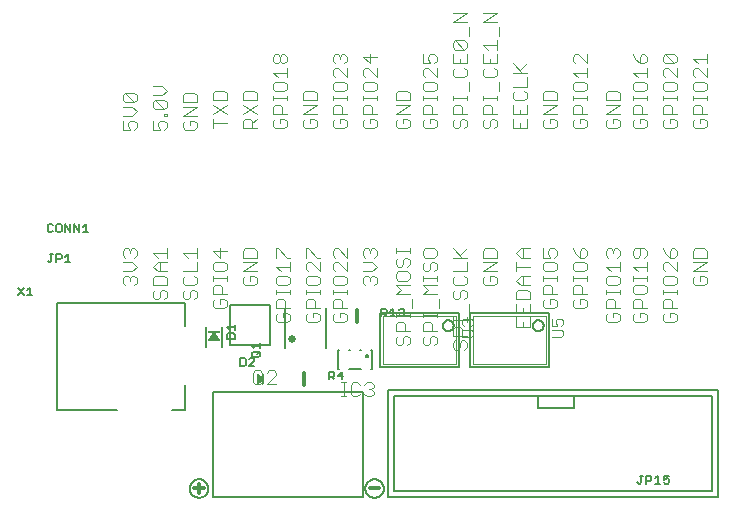
<source format=gbr>
G04 EAGLE Gerber RS-274X export*
G75*
%MOMM*%
%FSLAX34Y34*%
%LPD*%
%INSilkscreen Top*%
%IPPOS*%
%AMOC8*
5,1,8,0,0,1.08239X$1,22.5*%
G01*
%ADD10C,0.101600*%
%ADD11C,0.152400*%
%ADD12C,0.127000*%
%ADD13C,0.304800*%
%ADD14C,0.203200*%
%ADD15C,0.635000*%
%ADD16C,0.050800*%
%ADD17R,1.000000X0.200000*%
%ADD18R,0.190500X0.889000*%

G36*
X190557Y100844D02*
X190557Y100844D01*
X190575Y100842D01*
X190677Y100870D01*
X190780Y100892D01*
X190795Y100901D01*
X190812Y100906D01*
X190957Y100991D01*
X196037Y104801D01*
X196040Y104804D01*
X196044Y104806D01*
X196125Y104893D01*
X196207Y104978D01*
X196209Y104982D01*
X196212Y104985D01*
X196262Y105094D01*
X196312Y105201D01*
X196312Y105205D01*
X196314Y105209D01*
X196327Y105327D01*
X196340Y105445D01*
X196340Y105449D01*
X196340Y105454D01*
X196314Y105570D01*
X196290Y105686D01*
X196287Y105690D01*
X196286Y105694D01*
X196225Y105796D01*
X196165Y105898D01*
X196161Y105901D01*
X196159Y105904D01*
X196037Y106019D01*
X190957Y109829D01*
X190941Y109837D01*
X190928Y109850D01*
X190913Y109857D01*
X190905Y109863D01*
X190855Y109883D01*
X190832Y109894D01*
X190739Y109943D01*
X190721Y109946D01*
X190705Y109953D01*
X190600Y109965D01*
X190496Y109981D01*
X190478Y109978D01*
X190461Y109980D01*
X190358Y109958D01*
X190253Y109940D01*
X190238Y109932D01*
X190220Y109928D01*
X190130Y109874D01*
X190037Y109824D01*
X190024Y109811D01*
X190009Y109802D01*
X189940Y109722D01*
X189868Y109645D01*
X189861Y109628D01*
X189849Y109615D01*
X189810Y109517D01*
X189766Y109421D01*
X189764Y109403D01*
X189757Y109387D01*
X189739Y109220D01*
X189739Y101600D01*
X189742Y101582D01*
X189740Y101565D01*
X189761Y101461D01*
X189779Y101357D01*
X189787Y101342D01*
X189791Y101324D01*
X189844Y101233D01*
X189894Y101140D01*
X189906Y101128D01*
X189916Y101112D01*
X189995Y101043D01*
X190072Y100971D01*
X190088Y100963D01*
X190102Y100951D01*
X190199Y100911D01*
X190295Y100867D01*
X190313Y100865D01*
X190329Y100858D01*
X190435Y100851D01*
X190539Y100840D01*
X190557Y100844D01*
G37*
G36*
X155741Y137965D02*
X155741Y137965D01*
X155813Y137965D01*
X155881Y137985D01*
X155952Y137995D01*
X156017Y138024D01*
X156086Y138044D01*
X156146Y138082D01*
X156211Y138111D01*
X156266Y138157D01*
X156326Y138195D01*
X156374Y138249D01*
X156428Y138295D01*
X156468Y138354D01*
X156515Y138408D01*
X156546Y138472D01*
X156586Y138531D01*
X156607Y138600D01*
X156638Y138664D01*
X156650Y138734D01*
X156671Y138802D01*
X156673Y138874D01*
X156685Y138945D01*
X156677Y139015D01*
X156679Y139086D01*
X156660Y139156D01*
X156652Y139227D01*
X156627Y139282D01*
X156607Y139361D01*
X156546Y139464D01*
X156515Y139533D01*
X154515Y142533D01*
X154438Y142620D01*
X154365Y142710D01*
X154343Y142725D01*
X154325Y142745D01*
X154228Y142807D01*
X154133Y142874D01*
X154107Y142882D01*
X154085Y142897D01*
X153974Y142929D01*
X153864Y142967D01*
X153837Y142968D01*
X153812Y142975D01*
X153696Y142975D01*
X153580Y142981D01*
X153554Y142975D01*
X153527Y142975D01*
X153416Y142943D01*
X153303Y142917D01*
X153280Y142904D01*
X153254Y142896D01*
X153156Y142834D01*
X153055Y142778D01*
X153039Y142760D01*
X153014Y142745D01*
X152829Y142537D01*
X152825Y142533D01*
X150825Y139533D01*
X150794Y139469D01*
X150755Y139409D01*
X150733Y139341D01*
X150702Y139277D01*
X150690Y139206D01*
X150669Y139138D01*
X150667Y139067D01*
X150655Y138997D01*
X150663Y138925D01*
X150661Y138854D01*
X150679Y138785D01*
X150688Y138714D01*
X150715Y138648D01*
X150733Y138579D01*
X150770Y138518D01*
X150797Y138452D01*
X150842Y138396D01*
X150879Y138334D01*
X150930Y138285D01*
X150975Y138230D01*
X151034Y138189D01*
X151086Y138140D01*
X151149Y138107D01*
X151207Y138066D01*
X151275Y138043D01*
X151339Y138010D01*
X151398Y138000D01*
X151476Y137973D01*
X151595Y137967D01*
X151670Y137955D01*
X155670Y137955D01*
X155741Y137965D01*
G37*
D10*
X76574Y324158D02*
X76574Y316362D01*
X82421Y316362D01*
X80472Y320260D01*
X80472Y322209D01*
X82421Y324158D01*
X86319Y324158D01*
X88268Y322209D01*
X88268Y318311D01*
X86319Y316362D01*
X84370Y328056D02*
X76574Y328056D01*
X84370Y328056D02*
X88268Y331954D01*
X84370Y335852D01*
X76574Y335852D01*
X78523Y339750D02*
X86319Y339750D01*
X78523Y339750D02*
X76574Y341699D01*
X76574Y345597D01*
X78523Y347546D01*
X86319Y347546D01*
X88268Y345597D01*
X88268Y341699D01*
X86319Y339750D01*
X78523Y347546D01*
X101974Y324158D02*
X101974Y316362D01*
X107821Y316362D01*
X105872Y320260D01*
X105872Y322209D01*
X107821Y324158D01*
X111719Y324158D01*
X113668Y322209D01*
X113668Y318311D01*
X111719Y316362D01*
X111719Y328056D02*
X113668Y328056D01*
X111719Y328056D02*
X111719Y330005D01*
X113668Y330005D01*
X113668Y328056D01*
X111719Y333903D02*
X103923Y333903D01*
X101974Y335852D01*
X101974Y339750D01*
X103923Y341699D01*
X111719Y341699D01*
X113668Y339750D01*
X113668Y335852D01*
X111719Y333903D01*
X103923Y341699D01*
X101974Y345597D02*
X109770Y345597D01*
X113668Y349495D01*
X109770Y353393D01*
X101974Y353393D01*
X129323Y324158D02*
X127374Y322209D01*
X127374Y318311D01*
X129323Y316362D01*
X137119Y316362D01*
X139068Y318311D01*
X139068Y322209D01*
X137119Y324158D01*
X133221Y324158D01*
X133221Y320260D01*
X139068Y328056D02*
X127374Y328056D01*
X139068Y335852D01*
X127374Y335852D01*
X127374Y339750D02*
X139068Y339750D01*
X139068Y345597D01*
X137119Y347546D01*
X129323Y347546D01*
X127374Y345597D01*
X127374Y339750D01*
X152774Y321784D02*
X164468Y321784D01*
X152774Y317886D02*
X152774Y325682D01*
X152774Y329580D02*
X164468Y337376D01*
X164468Y329580D02*
X152774Y337376D01*
X152774Y341274D02*
X164468Y341274D01*
X164468Y347121D01*
X162519Y349070D01*
X154723Y349070D01*
X152774Y347121D01*
X152774Y341274D01*
X178174Y317886D02*
X189868Y317886D01*
X178174Y317886D02*
X178174Y323733D01*
X180123Y325682D01*
X184021Y325682D01*
X185970Y323733D01*
X185970Y317886D01*
X185970Y321784D02*
X189868Y325682D01*
X189868Y337376D02*
X178174Y329580D01*
X178174Y337376D02*
X189868Y329580D01*
X189868Y341274D02*
X178174Y341274D01*
X189868Y341274D02*
X189868Y347121D01*
X187919Y349070D01*
X180123Y349070D01*
X178174Y347121D01*
X178174Y341274D01*
X203574Y323733D02*
X205523Y325682D01*
X203574Y323733D02*
X203574Y319835D01*
X205523Y317886D01*
X213319Y317886D01*
X215268Y319835D01*
X215268Y323733D01*
X213319Y325682D01*
X209421Y325682D01*
X209421Y321784D01*
X215268Y329580D02*
X203574Y329580D01*
X203574Y335427D01*
X205523Y337376D01*
X209421Y337376D01*
X211370Y335427D01*
X211370Y329580D01*
X215268Y341274D02*
X215268Y345172D01*
X215268Y343223D02*
X203574Y343223D01*
X203574Y341274D02*
X203574Y345172D01*
X203574Y351019D02*
X203574Y354917D01*
X203574Y351019D02*
X205523Y349070D01*
X213319Y349070D01*
X215268Y351019D01*
X215268Y354917D01*
X213319Y356866D01*
X205523Y356866D01*
X203574Y354917D01*
X207472Y360764D02*
X203574Y364662D01*
X215268Y364662D01*
X215268Y360764D02*
X215268Y368560D01*
X205523Y372458D02*
X203574Y374407D01*
X203574Y378305D01*
X205523Y380254D01*
X207472Y380254D01*
X209421Y378305D01*
X211370Y380254D01*
X213319Y380254D01*
X215268Y378305D01*
X215268Y374407D01*
X213319Y372458D01*
X211370Y372458D01*
X209421Y374407D01*
X207472Y372458D01*
X205523Y372458D01*
X209421Y374407D02*
X209421Y378305D01*
X230923Y325682D02*
X228974Y323733D01*
X228974Y319835D01*
X230923Y317886D01*
X238719Y317886D01*
X240668Y319835D01*
X240668Y323733D01*
X238719Y325682D01*
X234821Y325682D01*
X234821Y321784D01*
X240668Y329580D02*
X228974Y329580D01*
X240668Y337376D01*
X228974Y337376D01*
X228974Y341274D02*
X240668Y341274D01*
X240668Y347121D01*
X238719Y349070D01*
X230923Y349070D01*
X228974Y347121D01*
X228974Y341274D01*
X254374Y323733D02*
X256323Y325682D01*
X254374Y323733D02*
X254374Y319835D01*
X256323Y317886D01*
X264119Y317886D01*
X266068Y319835D01*
X266068Y323733D01*
X264119Y325682D01*
X260221Y325682D01*
X260221Y321784D01*
X266068Y329580D02*
X254374Y329580D01*
X254374Y335427D01*
X256323Y337376D01*
X260221Y337376D01*
X262170Y335427D01*
X262170Y329580D01*
X266068Y341274D02*
X266068Y345172D01*
X266068Y343223D02*
X254374Y343223D01*
X254374Y341274D02*
X254374Y345172D01*
X254374Y351019D02*
X254374Y354917D01*
X254374Y351019D02*
X256323Y349070D01*
X264119Y349070D01*
X266068Y351019D01*
X266068Y354917D01*
X264119Y356866D01*
X256323Y356866D01*
X254374Y354917D01*
X266068Y360764D02*
X266068Y368560D01*
X266068Y360764D02*
X258272Y368560D01*
X256323Y368560D01*
X254374Y366611D01*
X254374Y362713D01*
X256323Y360764D01*
X256323Y372458D02*
X254374Y374407D01*
X254374Y378305D01*
X256323Y380254D01*
X258272Y380254D01*
X260221Y378305D01*
X260221Y376356D01*
X260221Y378305D02*
X262170Y380254D01*
X264119Y380254D01*
X266068Y378305D01*
X266068Y374407D01*
X264119Y372458D01*
X281723Y325682D02*
X279774Y323733D01*
X279774Y319835D01*
X281723Y317886D01*
X289519Y317886D01*
X291468Y319835D01*
X291468Y323733D01*
X289519Y325682D01*
X285621Y325682D01*
X285621Y321784D01*
X291468Y329580D02*
X279774Y329580D01*
X279774Y335427D01*
X281723Y337376D01*
X285621Y337376D01*
X287570Y335427D01*
X287570Y329580D01*
X291468Y341274D02*
X291468Y345172D01*
X291468Y343223D02*
X279774Y343223D01*
X279774Y341274D02*
X279774Y345172D01*
X279774Y351019D02*
X279774Y354917D01*
X279774Y351019D02*
X281723Y349070D01*
X289519Y349070D01*
X291468Y351019D01*
X291468Y354917D01*
X289519Y356866D01*
X281723Y356866D01*
X279774Y354917D01*
X291468Y360764D02*
X291468Y368560D01*
X291468Y360764D02*
X283672Y368560D01*
X281723Y368560D01*
X279774Y366611D01*
X279774Y362713D01*
X281723Y360764D01*
X279774Y378305D02*
X291468Y378305D01*
X285621Y372458D02*
X279774Y378305D01*
X285621Y380254D02*
X285621Y372458D01*
X309663Y325682D02*
X307714Y323733D01*
X307714Y319835D01*
X309663Y317886D01*
X317459Y317886D01*
X319408Y319835D01*
X319408Y323733D01*
X317459Y325682D01*
X313561Y325682D01*
X313561Y321784D01*
X319408Y329580D02*
X307714Y329580D01*
X319408Y337376D01*
X307714Y337376D01*
X307714Y341274D02*
X319408Y341274D01*
X319408Y347121D01*
X317459Y349070D01*
X309663Y349070D01*
X307714Y347121D01*
X307714Y341274D01*
X330574Y323733D02*
X332523Y325682D01*
X330574Y323733D02*
X330574Y319835D01*
X332523Y317886D01*
X340319Y317886D01*
X342268Y319835D01*
X342268Y323733D01*
X340319Y325682D01*
X336421Y325682D01*
X336421Y321784D01*
X342268Y329580D02*
X330574Y329580D01*
X330574Y335427D01*
X332523Y337376D01*
X336421Y337376D01*
X338370Y335427D01*
X338370Y329580D01*
X342268Y341274D02*
X342268Y345172D01*
X342268Y343223D02*
X330574Y343223D01*
X330574Y341274D02*
X330574Y345172D01*
X330574Y351019D02*
X330574Y354917D01*
X330574Y351019D02*
X332523Y349070D01*
X340319Y349070D01*
X342268Y351019D01*
X342268Y354917D01*
X340319Y356866D01*
X332523Y356866D01*
X330574Y354917D01*
X342268Y360764D02*
X342268Y368560D01*
X342268Y360764D02*
X334472Y368560D01*
X332523Y368560D01*
X330574Y366611D01*
X330574Y362713D01*
X332523Y360764D01*
X330574Y372458D02*
X330574Y380254D01*
X330574Y372458D02*
X336421Y372458D01*
X334472Y376356D01*
X334472Y378305D01*
X336421Y380254D01*
X340319Y380254D01*
X342268Y378305D01*
X342268Y374407D01*
X340319Y372458D01*
X357923Y325682D02*
X355974Y323733D01*
X355974Y319835D01*
X357923Y317886D01*
X359872Y317886D01*
X361821Y319835D01*
X361821Y323733D01*
X363770Y325682D01*
X365719Y325682D01*
X367668Y323733D01*
X367668Y319835D01*
X365719Y317886D01*
X367668Y329580D02*
X355974Y329580D01*
X355974Y335427D01*
X357923Y337376D01*
X361821Y337376D01*
X363770Y335427D01*
X363770Y329580D01*
X367668Y341274D02*
X367668Y345172D01*
X367668Y343223D02*
X355974Y343223D01*
X355974Y341274D02*
X355974Y345172D01*
X369617Y349070D02*
X369617Y356866D01*
X357923Y368560D02*
X355974Y366611D01*
X355974Y362713D01*
X357923Y360764D01*
X365719Y360764D01*
X367668Y362713D01*
X367668Y366611D01*
X365719Y368560D01*
X355974Y372458D02*
X355974Y380254D01*
X355974Y372458D02*
X367668Y372458D01*
X367668Y380254D01*
X361821Y376356D02*
X361821Y372458D01*
X365719Y384152D02*
X357923Y384152D01*
X355974Y386101D01*
X355974Y389999D01*
X357923Y391948D01*
X365719Y391948D01*
X367668Y389999D01*
X367668Y386101D01*
X365719Y384152D01*
X357923Y391948D01*
X369617Y395846D02*
X369617Y403642D01*
X367668Y407540D02*
X355974Y407540D01*
X367668Y415336D01*
X355974Y415336D01*
X383323Y325682D02*
X381374Y323733D01*
X381374Y319835D01*
X383323Y317886D01*
X385272Y317886D01*
X387221Y319835D01*
X387221Y323733D01*
X389170Y325682D01*
X391119Y325682D01*
X393068Y323733D01*
X393068Y319835D01*
X391119Y317886D01*
X393068Y329580D02*
X381374Y329580D01*
X381374Y335427D01*
X383323Y337376D01*
X387221Y337376D01*
X389170Y335427D01*
X389170Y329580D01*
X393068Y341274D02*
X393068Y345172D01*
X393068Y343223D02*
X381374Y343223D01*
X381374Y341274D02*
X381374Y345172D01*
X395017Y349070D02*
X395017Y356866D01*
X383323Y368560D02*
X381374Y366611D01*
X381374Y362713D01*
X383323Y360764D01*
X391119Y360764D01*
X393068Y362713D01*
X393068Y366611D01*
X391119Y368560D01*
X381374Y372458D02*
X381374Y380254D01*
X381374Y372458D02*
X393068Y372458D01*
X393068Y380254D01*
X387221Y376356D02*
X387221Y372458D01*
X385272Y384152D02*
X381374Y388050D01*
X393068Y388050D01*
X393068Y384152D02*
X393068Y391948D01*
X395017Y395846D02*
X395017Y403642D01*
X393068Y407540D02*
X381374Y407540D01*
X393068Y415336D01*
X381374Y415336D01*
X78523Y184760D02*
X76574Y186709D01*
X76574Y190607D01*
X78523Y192556D01*
X80472Y192556D01*
X82421Y190607D01*
X82421Y188658D01*
X82421Y190607D02*
X84370Y192556D01*
X86319Y192556D01*
X88268Y190607D01*
X88268Y186709D01*
X86319Y184760D01*
X84370Y196454D02*
X76574Y196454D01*
X84370Y196454D02*
X88268Y200352D01*
X84370Y204250D01*
X76574Y204250D01*
X78523Y208148D02*
X76574Y210097D01*
X76574Y213995D01*
X78523Y215944D01*
X80472Y215944D01*
X82421Y213995D01*
X82421Y212046D01*
X82421Y213995D02*
X84370Y215944D01*
X86319Y215944D01*
X88268Y213995D01*
X88268Y210097D01*
X86319Y208148D01*
X103923Y180862D02*
X101974Y178913D01*
X101974Y175015D01*
X103923Y173066D01*
X105872Y173066D01*
X107821Y175015D01*
X107821Y178913D01*
X109770Y180862D01*
X111719Y180862D01*
X113668Y178913D01*
X113668Y175015D01*
X111719Y173066D01*
X113668Y184760D02*
X101974Y184760D01*
X113668Y184760D02*
X113668Y190607D01*
X111719Y192556D01*
X103923Y192556D01*
X101974Y190607D01*
X101974Y184760D01*
X105872Y196454D02*
X113668Y196454D01*
X105872Y196454D02*
X101974Y200352D01*
X105872Y204250D01*
X113668Y204250D01*
X107821Y204250D02*
X107821Y196454D01*
X105872Y208148D02*
X101974Y212046D01*
X113668Y212046D01*
X113668Y208148D02*
X113668Y215944D01*
X129323Y180862D02*
X127374Y178913D01*
X127374Y175015D01*
X129323Y173066D01*
X131272Y173066D01*
X133221Y175015D01*
X133221Y178913D01*
X135170Y180862D01*
X137119Y180862D01*
X139068Y178913D01*
X139068Y175015D01*
X137119Y173066D01*
X127374Y190607D02*
X129323Y192556D01*
X127374Y190607D02*
X127374Y186709D01*
X129323Y184760D01*
X137119Y184760D01*
X139068Y186709D01*
X139068Y190607D01*
X137119Y192556D01*
X139068Y196454D02*
X127374Y196454D01*
X139068Y196454D02*
X139068Y204250D01*
X131272Y208148D02*
X127374Y212046D01*
X139068Y212046D01*
X139068Y208148D02*
X139068Y215944D01*
X154723Y173066D02*
X152774Y171117D01*
X152774Y167219D01*
X154723Y165270D01*
X162519Y165270D01*
X164468Y167219D01*
X164468Y171117D01*
X162519Y173066D01*
X158621Y173066D01*
X158621Y169168D01*
X164468Y176964D02*
X152774Y176964D01*
X152774Y182811D01*
X154723Y184760D01*
X158621Y184760D01*
X160570Y182811D01*
X160570Y176964D01*
X164468Y188658D02*
X164468Y192556D01*
X164468Y190607D02*
X152774Y190607D01*
X152774Y188658D02*
X152774Y192556D01*
X152774Y198403D02*
X152774Y202301D01*
X152774Y198403D02*
X154723Y196454D01*
X162519Y196454D01*
X164468Y198403D01*
X164468Y202301D01*
X162519Y204250D01*
X154723Y204250D01*
X152774Y202301D01*
X152774Y213995D02*
X164468Y213995D01*
X158621Y208148D02*
X152774Y213995D01*
X158621Y215944D02*
X158621Y208148D01*
X178174Y190607D02*
X180123Y192556D01*
X178174Y190607D02*
X178174Y186709D01*
X180123Y184760D01*
X187919Y184760D01*
X189868Y186709D01*
X189868Y190607D01*
X187919Y192556D01*
X184021Y192556D01*
X184021Y188658D01*
X189868Y196454D02*
X178174Y196454D01*
X189868Y204250D01*
X178174Y204250D01*
X178174Y208148D02*
X189868Y208148D01*
X189868Y213995D01*
X187919Y215944D01*
X180123Y215944D01*
X178174Y213995D01*
X178174Y208148D01*
X208063Y161372D02*
X206114Y159423D01*
X206114Y155525D01*
X208063Y153576D01*
X215859Y153576D01*
X217808Y155525D01*
X217808Y159423D01*
X215859Y161372D01*
X211961Y161372D01*
X211961Y157474D01*
X217808Y165270D02*
X206114Y165270D01*
X206114Y171117D01*
X208063Y173066D01*
X211961Y173066D01*
X213910Y171117D01*
X213910Y165270D01*
X217808Y176964D02*
X217808Y180862D01*
X217808Y178913D02*
X206114Y178913D01*
X206114Y176964D02*
X206114Y180862D01*
X206114Y186709D02*
X206114Y190607D01*
X206114Y186709D02*
X208063Y184760D01*
X215859Y184760D01*
X217808Y186709D01*
X217808Y190607D01*
X215859Y192556D01*
X208063Y192556D01*
X206114Y190607D01*
X210012Y196454D02*
X206114Y200352D01*
X217808Y200352D01*
X217808Y196454D02*
X217808Y204250D01*
X206114Y208148D02*
X206114Y215944D01*
X208063Y215944D01*
X215859Y208148D01*
X217808Y208148D01*
X233463Y161372D02*
X231514Y159423D01*
X231514Y155525D01*
X233463Y153576D01*
X241259Y153576D01*
X243208Y155525D01*
X243208Y159423D01*
X241259Y161372D01*
X237361Y161372D01*
X237361Y157474D01*
X243208Y165270D02*
X231514Y165270D01*
X231514Y171117D01*
X233463Y173066D01*
X237361Y173066D01*
X239310Y171117D01*
X239310Y165270D01*
X243208Y176964D02*
X243208Y180862D01*
X243208Y178913D02*
X231514Y178913D01*
X231514Y176964D02*
X231514Y180862D01*
X231514Y186709D02*
X231514Y190607D01*
X231514Y186709D02*
X233463Y184760D01*
X241259Y184760D01*
X243208Y186709D01*
X243208Y190607D01*
X241259Y192556D01*
X233463Y192556D01*
X231514Y190607D01*
X243208Y196454D02*
X243208Y204250D01*
X243208Y196454D02*
X235412Y204250D01*
X233463Y204250D01*
X231514Y202301D01*
X231514Y198403D01*
X233463Y196454D01*
X231514Y208148D02*
X231514Y215944D01*
X233463Y215944D01*
X241259Y208148D01*
X243208Y208148D01*
X256323Y161372D02*
X254374Y159423D01*
X254374Y155525D01*
X256323Y153576D01*
X264119Y153576D01*
X266068Y155525D01*
X266068Y159423D01*
X264119Y161372D01*
X260221Y161372D01*
X260221Y157474D01*
X266068Y165270D02*
X254374Y165270D01*
X254374Y171117D01*
X256323Y173066D01*
X260221Y173066D01*
X262170Y171117D01*
X262170Y165270D01*
X266068Y176964D02*
X266068Y180862D01*
X266068Y178913D02*
X254374Y178913D01*
X254374Y176964D02*
X254374Y180862D01*
X254374Y186709D02*
X254374Y190607D01*
X254374Y186709D02*
X256323Y184760D01*
X264119Y184760D01*
X266068Y186709D01*
X266068Y190607D01*
X264119Y192556D01*
X256323Y192556D01*
X254374Y190607D01*
X266068Y196454D02*
X266068Y204250D01*
X266068Y196454D02*
X258272Y204250D01*
X256323Y204250D01*
X254374Y202301D01*
X254374Y198403D01*
X256323Y196454D01*
X266068Y208148D02*
X266068Y215944D01*
X266068Y208148D02*
X258272Y215944D01*
X256323Y215944D01*
X254374Y213995D01*
X254374Y210097D01*
X256323Y208148D01*
X279774Y186709D02*
X281723Y184760D01*
X279774Y186709D02*
X279774Y190607D01*
X281723Y192556D01*
X283672Y192556D01*
X285621Y190607D01*
X285621Y188658D01*
X285621Y190607D02*
X287570Y192556D01*
X289519Y192556D01*
X291468Y190607D01*
X291468Y186709D01*
X289519Y184760D01*
X287570Y196454D02*
X279774Y196454D01*
X287570Y196454D02*
X291468Y200352D01*
X287570Y204250D01*
X279774Y204250D01*
X281723Y208148D02*
X279774Y210097D01*
X279774Y213995D01*
X281723Y215944D01*
X283672Y215944D01*
X285621Y213995D01*
X285621Y212046D01*
X285621Y213995D02*
X287570Y215944D01*
X289519Y215944D01*
X291468Y213995D01*
X291468Y210097D01*
X289519Y208148D01*
X309663Y141882D02*
X307714Y139933D01*
X307714Y136035D01*
X309663Y134086D01*
X311612Y134086D01*
X313561Y136035D01*
X313561Y139933D01*
X315510Y141882D01*
X317459Y141882D01*
X319408Y139933D01*
X319408Y136035D01*
X317459Y134086D01*
X319408Y145780D02*
X307714Y145780D01*
X307714Y151627D01*
X309663Y153576D01*
X313561Y153576D01*
X315510Y151627D01*
X315510Y145780D01*
X319408Y157474D02*
X319408Y161372D01*
X319408Y159423D02*
X307714Y159423D01*
X307714Y157474D02*
X307714Y161372D01*
X321357Y165270D02*
X321357Y173066D01*
X319408Y176964D02*
X307714Y176964D01*
X311612Y180862D01*
X307714Y184760D01*
X319408Y184760D01*
X307714Y190607D02*
X307714Y194505D01*
X307714Y190607D02*
X309663Y188658D01*
X317459Y188658D01*
X319408Y190607D01*
X319408Y194505D01*
X317459Y196454D01*
X309663Y196454D01*
X307714Y194505D01*
X307714Y206199D02*
X309663Y208148D01*
X307714Y206199D02*
X307714Y202301D01*
X309663Y200352D01*
X311612Y200352D01*
X313561Y202301D01*
X313561Y206199D01*
X315510Y208148D01*
X317459Y208148D01*
X319408Y206199D01*
X319408Y202301D01*
X317459Y200352D01*
X319408Y212046D02*
X319408Y215944D01*
X319408Y213995D02*
X307714Y213995D01*
X307714Y212046D02*
X307714Y215944D01*
X332523Y141882D02*
X330574Y139933D01*
X330574Y136035D01*
X332523Y134086D01*
X334472Y134086D01*
X336421Y136035D01*
X336421Y139933D01*
X338370Y141882D01*
X340319Y141882D01*
X342268Y139933D01*
X342268Y136035D01*
X340319Y134086D01*
X342268Y145780D02*
X330574Y145780D01*
X330574Y151627D01*
X332523Y153576D01*
X336421Y153576D01*
X338370Y151627D01*
X338370Y145780D01*
X342268Y157474D02*
X342268Y161372D01*
X342268Y159423D02*
X330574Y159423D01*
X330574Y157474D02*
X330574Y161372D01*
X344217Y165270D02*
X344217Y173066D01*
X342268Y176964D02*
X330574Y176964D01*
X334472Y180862D01*
X330574Y184760D01*
X342268Y184760D01*
X342268Y188658D02*
X342268Y192556D01*
X342268Y190607D02*
X330574Y190607D01*
X330574Y188658D02*
X330574Y192556D01*
X330574Y202301D02*
X332523Y204250D01*
X330574Y202301D02*
X330574Y198403D01*
X332523Y196454D01*
X334472Y196454D01*
X336421Y198403D01*
X336421Y202301D01*
X338370Y204250D01*
X340319Y204250D01*
X342268Y202301D01*
X342268Y198403D01*
X340319Y196454D01*
X330574Y210097D02*
X330574Y213995D01*
X330574Y210097D02*
X332523Y208148D01*
X340319Y208148D01*
X342268Y210097D01*
X342268Y213995D01*
X340319Y215944D01*
X332523Y215944D01*
X330574Y213995D01*
X357923Y137984D02*
X355974Y136035D01*
X355974Y132137D01*
X357923Y130188D01*
X359872Y130188D01*
X361821Y132137D01*
X361821Y136035D01*
X363770Y137984D01*
X365719Y137984D01*
X367668Y136035D01*
X367668Y132137D01*
X365719Y130188D01*
X367668Y141882D02*
X355974Y141882D01*
X355974Y147729D01*
X357923Y149678D01*
X361821Y149678D01*
X363770Y147729D01*
X363770Y141882D01*
X367668Y153576D02*
X367668Y157474D01*
X367668Y155525D02*
X355974Y155525D01*
X355974Y153576D02*
X355974Y157474D01*
X369617Y161372D02*
X369617Y169168D01*
X357923Y180862D02*
X355974Y178913D01*
X355974Y175015D01*
X357923Y173066D01*
X359872Y173066D01*
X361821Y175015D01*
X361821Y178913D01*
X363770Y180862D01*
X365719Y180862D01*
X367668Y178913D01*
X367668Y175015D01*
X365719Y173066D01*
X355974Y190607D02*
X357923Y192556D01*
X355974Y190607D02*
X355974Y186709D01*
X357923Y184760D01*
X365719Y184760D01*
X367668Y186709D01*
X367668Y190607D01*
X365719Y192556D01*
X367668Y196454D02*
X355974Y196454D01*
X367668Y196454D02*
X367668Y204250D01*
X367668Y208148D02*
X355974Y208148D01*
X363770Y208148D02*
X355974Y215944D01*
X361821Y210097D02*
X367668Y215944D01*
X383323Y192556D02*
X381374Y190607D01*
X381374Y186709D01*
X383323Y184760D01*
X391119Y184760D01*
X393068Y186709D01*
X393068Y190607D01*
X391119Y192556D01*
X387221Y192556D01*
X387221Y188658D01*
X393068Y196454D02*
X381374Y196454D01*
X393068Y204250D01*
X381374Y204250D01*
X381374Y208148D02*
X393068Y208148D01*
X393068Y213995D01*
X391119Y215944D01*
X383323Y215944D01*
X381374Y213995D01*
X381374Y208148D01*
X406774Y317886D02*
X406774Y325682D01*
X406774Y317886D02*
X418468Y317886D01*
X418468Y325682D01*
X412621Y321784D02*
X412621Y317886D01*
X406774Y329580D02*
X406774Y337376D01*
X406774Y329580D02*
X418468Y329580D01*
X418468Y337376D01*
X412621Y333478D02*
X412621Y329580D01*
X406774Y347121D02*
X408723Y349070D01*
X406774Y347121D02*
X406774Y343223D01*
X408723Y341274D01*
X416519Y341274D01*
X418468Y343223D01*
X418468Y347121D01*
X416519Y349070D01*
X418468Y352968D02*
X406774Y352968D01*
X418468Y352968D02*
X418468Y360764D01*
X418468Y364662D02*
X406774Y364662D01*
X414570Y364662D02*
X406774Y372458D01*
X412621Y366611D02*
X418468Y372458D01*
X434123Y325682D02*
X432174Y323733D01*
X432174Y319835D01*
X434123Y317886D01*
X441919Y317886D01*
X443868Y319835D01*
X443868Y323733D01*
X441919Y325682D01*
X438021Y325682D01*
X438021Y321784D01*
X443868Y329580D02*
X432174Y329580D01*
X443868Y337376D01*
X432174Y337376D01*
X432174Y341274D02*
X443868Y341274D01*
X443868Y347121D01*
X441919Y349070D01*
X434123Y349070D01*
X432174Y347121D01*
X432174Y341274D01*
X457574Y323733D02*
X459523Y325682D01*
X457574Y323733D02*
X457574Y319835D01*
X459523Y317886D01*
X467319Y317886D01*
X469268Y319835D01*
X469268Y323733D01*
X467319Y325682D01*
X463421Y325682D01*
X463421Y321784D01*
X469268Y329580D02*
X457574Y329580D01*
X457574Y335427D01*
X459523Y337376D01*
X463421Y337376D01*
X465370Y335427D01*
X465370Y329580D01*
X469268Y341274D02*
X469268Y345172D01*
X469268Y343223D02*
X457574Y343223D01*
X457574Y341274D02*
X457574Y345172D01*
X457574Y351019D02*
X457574Y354917D01*
X457574Y351019D02*
X459523Y349070D01*
X467319Y349070D01*
X469268Y351019D01*
X469268Y354917D01*
X467319Y356866D01*
X459523Y356866D01*
X457574Y354917D01*
X461472Y360764D02*
X457574Y364662D01*
X469268Y364662D01*
X469268Y360764D02*
X469268Y368560D01*
X469268Y372458D02*
X469268Y380254D01*
X469268Y372458D02*
X461472Y380254D01*
X459523Y380254D01*
X457574Y378305D01*
X457574Y374407D01*
X459523Y372458D01*
X487463Y325682D02*
X485514Y323733D01*
X485514Y319835D01*
X487463Y317886D01*
X495259Y317886D01*
X497208Y319835D01*
X497208Y323733D01*
X495259Y325682D01*
X491361Y325682D01*
X491361Y321784D01*
X497208Y329580D02*
X485514Y329580D01*
X497208Y337376D01*
X485514Y337376D01*
X485514Y341274D02*
X497208Y341274D01*
X497208Y347121D01*
X495259Y349070D01*
X487463Y349070D01*
X485514Y347121D01*
X485514Y341274D01*
X508374Y323733D02*
X510323Y325682D01*
X508374Y323733D02*
X508374Y319835D01*
X510323Y317886D01*
X518119Y317886D01*
X520068Y319835D01*
X520068Y323733D01*
X518119Y325682D01*
X514221Y325682D01*
X514221Y321784D01*
X520068Y329580D02*
X508374Y329580D01*
X508374Y335427D01*
X510323Y337376D01*
X514221Y337376D01*
X516170Y335427D01*
X516170Y329580D01*
X520068Y341274D02*
X520068Y345172D01*
X520068Y343223D02*
X508374Y343223D01*
X508374Y341274D02*
X508374Y345172D01*
X508374Y351019D02*
X508374Y354917D01*
X508374Y351019D02*
X510323Y349070D01*
X518119Y349070D01*
X520068Y351019D01*
X520068Y354917D01*
X518119Y356866D01*
X510323Y356866D01*
X508374Y354917D01*
X512272Y360764D02*
X508374Y364662D01*
X520068Y364662D01*
X520068Y360764D02*
X520068Y368560D01*
X510323Y376356D02*
X508374Y380254D01*
X510323Y376356D02*
X514221Y372458D01*
X518119Y372458D01*
X520068Y374407D01*
X520068Y378305D01*
X518119Y380254D01*
X516170Y380254D01*
X514221Y378305D01*
X514221Y372458D01*
X535723Y325682D02*
X533774Y323733D01*
X533774Y319835D01*
X535723Y317886D01*
X543519Y317886D01*
X545468Y319835D01*
X545468Y323733D01*
X543519Y325682D01*
X539621Y325682D01*
X539621Y321784D01*
X545468Y329580D02*
X533774Y329580D01*
X533774Y335427D01*
X535723Y337376D01*
X539621Y337376D01*
X541570Y335427D01*
X541570Y329580D01*
X545468Y341274D02*
X545468Y345172D01*
X545468Y343223D02*
X533774Y343223D01*
X533774Y341274D02*
X533774Y345172D01*
X533774Y351019D02*
X533774Y354917D01*
X533774Y351019D02*
X535723Y349070D01*
X543519Y349070D01*
X545468Y351019D01*
X545468Y354917D01*
X543519Y356866D01*
X535723Y356866D01*
X533774Y354917D01*
X545468Y360764D02*
X545468Y368560D01*
X545468Y360764D02*
X537672Y368560D01*
X535723Y368560D01*
X533774Y366611D01*
X533774Y362713D01*
X535723Y360764D01*
X535723Y372458D02*
X543519Y372458D01*
X535723Y372458D02*
X533774Y374407D01*
X533774Y378305D01*
X535723Y380254D01*
X543519Y380254D01*
X545468Y378305D01*
X545468Y374407D01*
X543519Y372458D01*
X535723Y380254D01*
X561123Y325682D02*
X559174Y323733D01*
X559174Y319835D01*
X561123Y317886D01*
X568919Y317886D01*
X570868Y319835D01*
X570868Y323733D01*
X568919Y325682D01*
X565021Y325682D01*
X565021Y321784D01*
X570868Y329580D02*
X559174Y329580D01*
X559174Y335427D01*
X561123Y337376D01*
X565021Y337376D01*
X566970Y335427D01*
X566970Y329580D01*
X570868Y341274D02*
X570868Y345172D01*
X570868Y343223D02*
X559174Y343223D01*
X559174Y341274D02*
X559174Y345172D01*
X559174Y351019D02*
X559174Y354917D01*
X559174Y351019D02*
X561123Y349070D01*
X568919Y349070D01*
X570868Y351019D01*
X570868Y354917D01*
X568919Y356866D01*
X561123Y356866D01*
X559174Y354917D01*
X570868Y360764D02*
X570868Y368560D01*
X570868Y360764D02*
X563072Y368560D01*
X561123Y368560D01*
X559174Y366611D01*
X559174Y362713D01*
X561123Y360764D01*
X563072Y372458D02*
X559174Y376356D01*
X570868Y376356D01*
X570868Y372458D02*
X570868Y380254D01*
X409314Y157474D02*
X409314Y149678D01*
X421008Y149678D01*
X421008Y157474D01*
X415161Y153576D02*
X415161Y149678D01*
X409314Y161372D02*
X409314Y169168D01*
X409314Y161372D02*
X421008Y161372D01*
X421008Y169168D01*
X415161Y165270D02*
X415161Y161372D01*
X409314Y173066D02*
X421008Y173066D01*
X421008Y178913D01*
X419059Y180862D01*
X411263Y180862D01*
X409314Y178913D01*
X409314Y173066D01*
X413212Y184760D02*
X421008Y184760D01*
X413212Y184760D02*
X409314Y188658D01*
X413212Y192556D01*
X421008Y192556D01*
X415161Y192556D02*
X415161Y184760D01*
X421008Y200352D02*
X409314Y200352D01*
X409314Y196454D02*
X409314Y204250D01*
X413212Y208148D02*
X421008Y208148D01*
X413212Y208148D02*
X409314Y212046D01*
X413212Y215944D01*
X421008Y215944D01*
X415161Y215944D02*
X415161Y208148D01*
X434123Y173066D02*
X432174Y171117D01*
X432174Y167219D01*
X434123Y165270D01*
X441919Y165270D01*
X443868Y167219D01*
X443868Y171117D01*
X441919Y173066D01*
X438021Y173066D01*
X438021Y169168D01*
X443868Y176964D02*
X432174Y176964D01*
X432174Y182811D01*
X434123Y184760D01*
X438021Y184760D01*
X439970Y182811D01*
X439970Y176964D01*
X443868Y188658D02*
X443868Y192556D01*
X443868Y190607D02*
X432174Y190607D01*
X432174Y188658D02*
X432174Y192556D01*
X432174Y198403D02*
X432174Y202301D01*
X432174Y198403D02*
X434123Y196454D01*
X441919Y196454D01*
X443868Y198403D01*
X443868Y202301D01*
X441919Y204250D01*
X434123Y204250D01*
X432174Y202301D01*
X432174Y208148D02*
X432174Y215944D01*
X432174Y208148D02*
X438021Y208148D01*
X436072Y212046D01*
X436072Y213995D01*
X438021Y215944D01*
X441919Y215944D01*
X443868Y213995D01*
X443868Y210097D01*
X441919Y208148D01*
X459523Y173066D02*
X457574Y171117D01*
X457574Y167219D01*
X459523Y165270D01*
X467319Y165270D01*
X469268Y167219D01*
X469268Y171117D01*
X467319Y173066D01*
X463421Y173066D01*
X463421Y169168D01*
X469268Y176964D02*
X457574Y176964D01*
X457574Y182811D01*
X459523Y184760D01*
X463421Y184760D01*
X465370Y182811D01*
X465370Y176964D01*
X469268Y188658D02*
X469268Y192556D01*
X469268Y190607D02*
X457574Y190607D01*
X457574Y188658D02*
X457574Y192556D01*
X457574Y198403D02*
X457574Y202301D01*
X457574Y198403D02*
X459523Y196454D01*
X467319Y196454D01*
X469268Y198403D01*
X469268Y202301D01*
X467319Y204250D01*
X459523Y204250D01*
X457574Y202301D01*
X459523Y212046D02*
X457574Y215944D01*
X459523Y212046D02*
X463421Y208148D01*
X467319Y208148D01*
X469268Y210097D01*
X469268Y213995D01*
X467319Y215944D01*
X465370Y215944D01*
X463421Y213995D01*
X463421Y208148D01*
X487463Y161372D02*
X485514Y159423D01*
X485514Y155525D01*
X487463Y153576D01*
X495259Y153576D01*
X497208Y155525D01*
X497208Y159423D01*
X495259Y161372D01*
X491361Y161372D01*
X491361Y157474D01*
X497208Y165270D02*
X485514Y165270D01*
X485514Y171117D01*
X487463Y173066D01*
X491361Y173066D01*
X493310Y171117D01*
X493310Y165270D01*
X497208Y176964D02*
X497208Y180862D01*
X497208Y178913D02*
X485514Y178913D01*
X485514Y176964D02*
X485514Y180862D01*
X485514Y186709D02*
X485514Y190607D01*
X485514Y186709D02*
X487463Y184760D01*
X495259Y184760D01*
X497208Y186709D01*
X497208Y190607D01*
X495259Y192556D01*
X487463Y192556D01*
X485514Y190607D01*
X489412Y196454D02*
X485514Y200352D01*
X497208Y200352D01*
X497208Y196454D02*
X497208Y204250D01*
X487463Y208148D02*
X485514Y210097D01*
X485514Y213995D01*
X487463Y215944D01*
X489412Y215944D01*
X491361Y213995D01*
X491361Y212046D01*
X491361Y213995D02*
X493310Y215944D01*
X495259Y215944D01*
X497208Y213995D01*
X497208Y210097D01*
X495259Y208148D01*
X510323Y161372D02*
X508374Y159423D01*
X508374Y155525D01*
X510323Y153576D01*
X518119Y153576D01*
X520068Y155525D01*
X520068Y159423D01*
X518119Y161372D01*
X514221Y161372D01*
X514221Y157474D01*
X520068Y165270D02*
X508374Y165270D01*
X508374Y171117D01*
X510323Y173066D01*
X514221Y173066D01*
X516170Y171117D01*
X516170Y165270D01*
X508374Y178913D02*
X508374Y182811D01*
X508374Y178913D02*
X510323Y176964D01*
X518119Y176964D01*
X520068Y178913D01*
X520068Y182811D01*
X518119Y184760D01*
X510323Y184760D01*
X508374Y182811D01*
X520068Y188658D02*
X520068Y192556D01*
X520068Y190607D02*
X508374Y190607D01*
X508374Y188658D02*
X508374Y192556D01*
X512272Y196454D02*
X508374Y200352D01*
X520068Y200352D01*
X520068Y196454D02*
X520068Y204250D01*
X518119Y208148D02*
X520068Y210097D01*
X520068Y213995D01*
X518119Y215944D01*
X510323Y215944D01*
X508374Y213995D01*
X508374Y210097D01*
X510323Y208148D01*
X512272Y208148D01*
X514221Y210097D01*
X514221Y215944D01*
X535723Y161372D02*
X533774Y159423D01*
X533774Y155525D01*
X535723Y153576D01*
X543519Y153576D01*
X545468Y155525D01*
X545468Y159423D01*
X543519Y161372D01*
X539621Y161372D01*
X539621Y157474D01*
X545468Y165270D02*
X533774Y165270D01*
X533774Y171117D01*
X535723Y173066D01*
X539621Y173066D01*
X541570Y171117D01*
X541570Y165270D01*
X545468Y176964D02*
X545468Y180862D01*
X545468Y178913D02*
X533774Y178913D01*
X533774Y176964D02*
X533774Y180862D01*
X533774Y186709D02*
X533774Y190607D01*
X533774Y186709D02*
X535723Y184760D01*
X543519Y184760D01*
X545468Y186709D01*
X545468Y190607D01*
X543519Y192556D01*
X535723Y192556D01*
X533774Y190607D01*
X545468Y196454D02*
X545468Y204250D01*
X545468Y196454D02*
X537672Y204250D01*
X535723Y204250D01*
X533774Y202301D01*
X533774Y198403D01*
X535723Y196454D01*
X535723Y212046D02*
X533774Y215944D01*
X535723Y212046D02*
X539621Y208148D01*
X543519Y208148D01*
X545468Y210097D01*
X545468Y213995D01*
X543519Y215944D01*
X541570Y215944D01*
X539621Y213995D01*
X539621Y208148D01*
X559174Y190607D02*
X561123Y192556D01*
X559174Y190607D02*
X559174Y186709D01*
X561123Y184760D01*
X568919Y184760D01*
X570868Y186709D01*
X570868Y190607D01*
X568919Y192556D01*
X565021Y192556D01*
X565021Y188658D01*
X570868Y196454D02*
X559174Y196454D01*
X570868Y204250D01*
X559174Y204250D01*
X559174Y208148D02*
X570868Y208148D01*
X570868Y213995D01*
X568919Y215944D01*
X561123Y215944D01*
X559174Y213995D01*
X559174Y208148D01*
D11*
X17106Y235378D02*
X16005Y236480D01*
X13802Y236480D01*
X12700Y235378D01*
X12700Y230972D01*
X13802Y229870D01*
X16005Y229870D01*
X17106Y230972D01*
X21286Y236480D02*
X23489Y236480D01*
X21286Y236480D02*
X20184Y235378D01*
X20184Y230972D01*
X21286Y229870D01*
X23489Y229870D01*
X24591Y230972D01*
X24591Y235378D01*
X23489Y236480D01*
X27668Y236480D02*
X27668Y229870D01*
X32075Y229870D02*
X27668Y236480D01*
X32075Y236480D02*
X32075Y229870D01*
X35152Y229870D02*
X35152Y236480D01*
X39559Y229870D01*
X39559Y236480D01*
X42637Y234276D02*
X44840Y236480D01*
X44840Y229870D01*
X42637Y229870D02*
X47043Y229870D01*
X258830Y130020D02*
X258830Y113820D01*
X287270Y113820D02*
X287270Y130020D01*
X278270Y113820D02*
X267830Y113820D01*
X277330Y130020D02*
X278270Y130020D01*
X268770Y130020D02*
X267830Y130020D01*
X286330Y130020D02*
X287270Y130020D01*
X259770Y130020D02*
X258830Y130020D01*
X258830Y113820D02*
X259770Y113820D01*
X286330Y113820D02*
X287270Y113820D01*
D12*
X282050Y124920D02*
X282052Y124983D01*
X282058Y125045D01*
X282068Y125107D01*
X282081Y125169D01*
X282099Y125229D01*
X282120Y125288D01*
X282145Y125346D01*
X282174Y125402D01*
X282206Y125456D01*
X282241Y125508D01*
X282279Y125557D01*
X282321Y125605D01*
X282365Y125649D01*
X282413Y125691D01*
X282462Y125729D01*
X282514Y125764D01*
X282568Y125796D01*
X282624Y125825D01*
X282682Y125850D01*
X282741Y125871D01*
X282801Y125889D01*
X282863Y125902D01*
X282925Y125912D01*
X282987Y125918D01*
X283050Y125920D01*
X283113Y125918D01*
X283175Y125912D01*
X283237Y125902D01*
X283299Y125889D01*
X283359Y125871D01*
X283418Y125850D01*
X283476Y125825D01*
X283532Y125796D01*
X283586Y125764D01*
X283638Y125729D01*
X283687Y125691D01*
X283735Y125649D01*
X283779Y125605D01*
X283821Y125557D01*
X283859Y125508D01*
X283894Y125456D01*
X283926Y125402D01*
X283955Y125346D01*
X283980Y125288D01*
X284001Y125229D01*
X284019Y125169D01*
X284032Y125107D01*
X284042Y125045D01*
X284048Y124983D01*
X284050Y124920D01*
X284048Y124857D01*
X284042Y124795D01*
X284032Y124733D01*
X284019Y124671D01*
X284001Y124611D01*
X283980Y124552D01*
X283955Y124494D01*
X283926Y124438D01*
X283894Y124384D01*
X283859Y124332D01*
X283821Y124283D01*
X283779Y124235D01*
X283735Y124191D01*
X283687Y124149D01*
X283638Y124111D01*
X283586Y124076D01*
X283532Y124044D01*
X283476Y124015D01*
X283418Y123990D01*
X283359Y123969D01*
X283299Y123951D01*
X283237Y123938D01*
X283175Y123928D01*
X283113Y123922D01*
X283050Y123920D01*
X282987Y123922D01*
X282925Y123928D01*
X282863Y123938D01*
X282801Y123951D01*
X282741Y123969D01*
X282682Y123990D01*
X282624Y124015D01*
X282568Y124044D01*
X282514Y124076D01*
X282462Y124111D01*
X282413Y124149D01*
X282365Y124191D01*
X282321Y124235D01*
X282279Y124283D01*
X282241Y124332D01*
X282206Y124384D01*
X282174Y124438D01*
X282145Y124494D01*
X282120Y124552D01*
X282099Y124611D01*
X282081Y124671D01*
X282068Y124733D01*
X282058Y124795D01*
X282052Y124857D01*
X282050Y124920D01*
D10*
X265322Y90678D02*
X261424Y90678D01*
X263373Y90678D02*
X263373Y102372D01*
X261424Y102372D02*
X265322Y102372D01*
X275067Y102372D02*
X277016Y100423D01*
X275067Y102372D02*
X271169Y102372D01*
X269220Y100423D01*
X269220Y92627D01*
X271169Y90678D01*
X275067Y90678D01*
X277016Y92627D01*
X280914Y100423D02*
X282863Y102372D01*
X286761Y102372D01*
X288710Y100423D01*
X288710Y98474D01*
X286761Y96525D01*
X284812Y96525D01*
X286761Y96525D02*
X288710Y94576D01*
X288710Y92627D01*
X286761Y90678D01*
X282863Y90678D01*
X280914Y92627D01*
D13*
X274320Y153670D02*
X274320Y163830D01*
D11*
X295402Y164852D02*
X295402Y158242D01*
X295402Y164852D02*
X298707Y164852D01*
X299808Y163750D01*
X299808Y161547D01*
X298707Y160445D01*
X295402Y160445D01*
X297605Y160445D02*
X299808Y158242D01*
X302886Y162648D02*
X305089Y164852D01*
X305089Y158242D01*
X302886Y158242D02*
X307293Y158242D01*
X310370Y163750D02*
X311472Y164852D01*
X313675Y164852D01*
X314777Y163750D01*
X314777Y162648D01*
X313675Y161547D01*
X312574Y161547D01*
X313675Y161547D02*
X314777Y160445D01*
X314777Y159344D01*
X313675Y158242D01*
X311472Y158242D01*
X310370Y159344D01*
D12*
X200900Y167880D02*
X167400Y167880D01*
X200900Y167880D02*
X200900Y134380D01*
X167400Y134380D01*
X167400Y167880D01*
D10*
X186670Y110583D02*
X186670Y102787D01*
X186670Y110583D02*
X188619Y112532D01*
X192517Y112532D01*
X194466Y110583D01*
X194466Y102787D01*
X192517Y100838D01*
X188619Y100838D01*
X186670Y102787D01*
X190568Y104736D02*
X194466Y100838D01*
X198364Y100838D02*
X206160Y100838D01*
X198364Y100838D02*
X206160Y108634D01*
X206160Y110583D01*
X204211Y112532D01*
X200313Y112532D01*
X198364Y110583D01*
D14*
X213890Y131340D02*
X213890Y165840D01*
X248390Y165840D02*
X248390Y131340D01*
D15*
X219590Y138977D03*
D11*
X191176Y123952D02*
X186770Y123952D01*
X185668Y125054D01*
X185668Y127257D01*
X186770Y128358D01*
X191176Y128358D01*
X192278Y127257D01*
X192278Y125054D01*
X191176Y123952D01*
X190075Y126155D02*
X192278Y128358D01*
X187872Y131436D02*
X185668Y133639D01*
X192278Y133639D01*
X192278Y131436D02*
X192278Y135843D01*
D12*
X152400Y5080D02*
X279400Y5080D01*
X152400Y5080D02*
X152400Y93980D01*
X279400Y93980D01*
X279400Y5080D01*
D13*
X144938Y12700D02*
X137001Y12700D01*
X140970Y16668D02*
X140970Y8732D01*
D14*
X133153Y12700D02*
X133155Y12892D01*
X133162Y13084D01*
X133174Y13275D01*
X133191Y13466D01*
X133212Y13657D01*
X133238Y13847D01*
X133268Y14036D01*
X133303Y14225D01*
X133343Y14413D01*
X133387Y14599D01*
X133436Y14785D01*
X133490Y14969D01*
X133548Y15152D01*
X133610Y15333D01*
X133677Y15513D01*
X133748Y15691D01*
X133824Y15868D01*
X133904Y16042D01*
X133988Y16215D01*
X134076Y16385D01*
X134169Y16553D01*
X134265Y16719D01*
X134366Y16882D01*
X134470Y17043D01*
X134579Y17201D01*
X134691Y17357D01*
X134807Y17509D01*
X134927Y17659D01*
X135051Y17806D01*
X135178Y17950D01*
X135309Y18090D01*
X135443Y18227D01*
X135580Y18361D01*
X135720Y18492D01*
X135864Y18619D01*
X136011Y18743D01*
X136161Y18863D01*
X136313Y18979D01*
X136469Y19091D01*
X136627Y19200D01*
X136788Y19304D01*
X136951Y19405D01*
X137117Y19501D01*
X137285Y19594D01*
X137455Y19682D01*
X137628Y19766D01*
X137802Y19846D01*
X137979Y19922D01*
X138157Y19993D01*
X138337Y20060D01*
X138518Y20122D01*
X138701Y20180D01*
X138885Y20234D01*
X139071Y20283D01*
X139257Y20327D01*
X139445Y20367D01*
X139634Y20402D01*
X139823Y20432D01*
X140013Y20458D01*
X140204Y20479D01*
X140395Y20496D01*
X140586Y20508D01*
X140778Y20515D01*
X140970Y20517D01*
X141162Y20515D01*
X141354Y20508D01*
X141545Y20496D01*
X141736Y20479D01*
X141927Y20458D01*
X142117Y20432D01*
X142306Y20402D01*
X142495Y20367D01*
X142683Y20327D01*
X142869Y20283D01*
X143055Y20234D01*
X143239Y20180D01*
X143422Y20122D01*
X143603Y20060D01*
X143783Y19993D01*
X143961Y19922D01*
X144138Y19846D01*
X144312Y19766D01*
X144485Y19682D01*
X144655Y19594D01*
X144823Y19501D01*
X144989Y19405D01*
X145152Y19304D01*
X145313Y19200D01*
X145471Y19091D01*
X145627Y18979D01*
X145779Y18863D01*
X145929Y18743D01*
X146076Y18619D01*
X146220Y18492D01*
X146360Y18361D01*
X146497Y18227D01*
X146631Y18090D01*
X146762Y17950D01*
X146889Y17806D01*
X147013Y17659D01*
X147133Y17509D01*
X147249Y17357D01*
X147361Y17201D01*
X147470Y17043D01*
X147574Y16882D01*
X147675Y16719D01*
X147771Y16553D01*
X147864Y16385D01*
X147952Y16215D01*
X148036Y16042D01*
X148116Y15868D01*
X148192Y15691D01*
X148263Y15513D01*
X148330Y15333D01*
X148392Y15152D01*
X148450Y14969D01*
X148504Y14785D01*
X148553Y14599D01*
X148597Y14413D01*
X148637Y14225D01*
X148672Y14036D01*
X148702Y13847D01*
X148728Y13657D01*
X148749Y13466D01*
X148766Y13275D01*
X148778Y13084D01*
X148785Y12892D01*
X148787Y12700D01*
X148785Y12508D01*
X148778Y12316D01*
X148766Y12125D01*
X148749Y11934D01*
X148728Y11743D01*
X148702Y11553D01*
X148672Y11364D01*
X148637Y11175D01*
X148597Y10987D01*
X148553Y10801D01*
X148504Y10615D01*
X148450Y10431D01*
X148392Y10248D01*
X148330Y10067D01*
X148263Y9887D01*
X148192Y9709D01*
X148116Y9532D01*
X148036Y9358D01*
X147952Y9185D01*
X147864Y9015D01*
X147771Y8847D01*
X147675Y8681D01*
X147574Y8518D01*
X147470Y8357D01*
X147361Y8199D01*
X147249Y8043D01*
X147133Y7891D01*
X147013Y7741D01*
X146889Y7594D01*
X146762Y7450D01*
X146631Y7310D01*
X146497Y7173D01*
X146360Y7039D01*
X146220Y6908D01*
X146076Y6781D01*
X145929Y6657D01*
X145779Y6537D01*
X145627Y6421D01*
X145471Y6309D01*
X145313Y6200D01*
X145152Y6096D01*
X144989Y5995D01*
X144823Y5899D01*
X144655Y5806D01*
X144485Y5718D01*
X144312Y5634D01*
X144138Y5554D01*
X143961Y5478D01*
X143783Y5407D01*
X143603Y5340D01*
X143422Y5278D01*
X143239Y5220D01*
X143055Y5166D01*
X142869Y5117D01*
X142683Y5073D01*
X142495Y5033D01*
X142306Y4998D01*
X142117Y4968D01*
X141927Y4942D01*
X141736Y4921D01*
X141545Y4904D01*
X141354Y4892D01*
X141162Y4885D01*
X140970Y4883D01*
X140778Y4885D01*
X140586Y4892D01*
X140395Y4904D01*
X140204Y4921D01*
X140013Y4942D01*
X139823Y4968D01*
X139634Y4998D01*
X139445Y5033D01*
X139257Y5073D01*
X139071Y5117D01*
X138885Y5166D01*
X138701Y5220D01*
X138518Y5278D01*
X138337Y5340D01*
X138157Y5407D01*
X137979Y5478D01*
X137802Y5554D01*
X137628Y5634D01*
X137455Y5718D01*
X137285Y5806D01*
X137117Y5899D01*
X136951Y5995D01*
X136788Y6096D01*
X136627Y6200D01*
X136469Y6309D01*
X136313Y6421D01*
X136161Y6537D01*
X136011Y6657D01*
X135864Y6781D01*
X135720Y6908D01*
X135580Y7039D01*
X135443Y7173D01*
X135309Y7310D01*
X135178Y7450D01*
X135051Y7594D01*
X134927Y7741D01*
X134807Y7891D01*
X134691Y8043D01*
X134579Y8199D01*
X134470Y8357D01*
X134366Y8518D01*
X134265Y8681D01*
X134169Y8847D01*
X134076Y9015D01*
X133988Y9185D01*
X133904Y9358D01*
X133824Y9532D01*
X133748Y9709D01*
X133677Y9887D01*
X133610Y10067D01*
X133548Y10248D01*
X133490Y10431D01*
X133436Y10615D01*
X133387Y10801D01*
X133343Y10987D01*
X133303Y11175D01*
X133268Y11364D01*
X133238Y11553D01*
X133212Y11743D01*
X133191Y11934D01*
X133174Y12125D01*
X133162Y12316D01*
X133155Y12508D01*
X133153Y12700D01*
D13*
X285591Y12700D02*
X293528Y12700D01*
D14*
X281743Y12700D02*
X281745Y12892D01*
X281752Y13084D01*
X281764Y13275D01*
X281781Y13466D01*
X281802Y13657D01*
X281828Y13847D01*
X281858Y14036D01*
X281893Y14225D01*
X281933Y14413D01*
X281977Y14599D01*
X282026Y14785D01*
X282080Y14969D01*
X282138Y15152D01*
X282200Y15333D01*
X282267Y15513D01*
X282338Y15691D01*
X282414Y15868D01*
X282494Y16042D01*
X282578Y16215D01*
X282666Y16385D01*
X282759Y16553D01*
X282855Y16719D01*
X282956Y16882D01*
X283060Y17043D01*
X283169Y17201D01*
X283281Y17357D01*
X283397Y17509D01*
X283517Y17659D01*
X283641Y17806D01*
X283768Y17950D01*
X283899Y18090D01*
X284033Y18227D01*
X284170Y18361D01*
X284310Y18492D01*
X284454Y18619D01*
X284601Y18743D01*
X284751Y18863D01*
X284903Y18979D01*
X285059Y19091D01*
X285217Y19200D01*
X285378Y19304D01*
X285541Y19405D01*
X285707Y19501D01*
X285875Y19594D01*
X286045Y19682D01*
X286218Y19766D01*
X286392Y19846D01*
X286569Y19922D01*
X286747Y19993D01*
X286927Y20060D01*
X287108Y20122D01*
X287291Y20180D01*
X287475Y20234D01*
X287661Y20283D01*
X287847Y20327D01*
X288035Y20367D01*
X288224Y20402D01*
X288413Y20432D01*
X288603Y20458D01*
X288794Y20479D01*
X288985Y20496D01*
X289176Y20508D01*
X289368Y20515D01*
X289560Y20517D01*
X289752Y20515D01*
X289944Y20508D01*
X290135Y20496D01*
X290326Y20479D01*
X290517Y20458D01*
X290707Y20432D01*
X290896Y20402D01*
X291085Y20367D01*
X291273Y20327D01*
X291459Y20283D01*
X291645Y20234D01*
X291829Y20180D01*
X292012Y20122D01*
X292193Y20060D01*
X292373Y19993D01*
X292551Y19922D01*
X292728Y19846D01*
X292902Y19766D01*
X293075Y19682D01*
X293245Y19594D01*
X293413Y19501D01*
X293579Y19405D01*
X293742Y19304D01*
X293903Y19200D01*
X294061Y19091D01*
X294217Y18979D01*
X294369Y18863D01*
X294519Y18743D01*
X294666Y18619D01*
X294810Y18492D01*
X294950Y18361D01*
X295087Y18227D01*
X295221Y18090D01*
X295352Y17950D01*
X295479Y17806D01*
X295603Y17659D01*
X295723Y17509D01*
X295839Y17357D01*
X295951Y17201D01*
X296060Y17043D01*
X296164Y16882D01*
X296265Y16719D01*
X296361Y16553D01*
X296454Y16385D01*
X296542Y16215D01*
X296626Y16042D01*
X296706Y15868D01*
X296782Y15691D01*
X296853Y15513D01*
X296920Y15333D01*
X296982Y15152D01*
X297040Y14969D01*
X297094Y14785D01*
X297143Y14599D01*
X297187Y14413D01*
X297227Y14225D01*
X297262Y14036D01*
X297292Y13847D01*
X297318Y13657D01*
X297339Y13466D01*
X297356Y13275D01*
X297368Y13084D01*
X297375Y12892D01*
X297377Y12700D01*
X297375Y12508D01*
X297368Y12316D01*
X297356Y12125D01*
X297339Y11934D01*
X297318Y11743D01*
X297292Y11553D01*
X297262Y11364D01*
X297227Y11175D01*
X297187Y10987D01*
X297143Y10801D01*
X297094Y10615D01*
X297040Y10431D01*
X296982Y10248D01*
X296920Y10067D01*
X296853Y9887D01*
X296782Y9709D01*
X296706Y9532D01*
X296626Y9358D01*
X296542Y9185D01*
X296454Y9015D01*
X296361Y8847D01*
X296265Y8681D01*
X296164Y8518D01*
X296060Y8357D01*
X295951Y8199D01*
X295839Y8043D01*
X295723Y7891D01*
X295603Y7741D01*
X295479Y7594D01*
X295352Y7450D01*
X295221Y7310D01*
X295087Y7173D01*
X294950Y7039D01*
X294810Y6908D01*
X294666Y6781D01*
X294519Y6657D01*
X294369Y6537D01*
X294217Y6421D01*
X294061Y6309D01*
X293903Y6200D01*
X293742Y6096D01*
X293579Y5995D01*
X293413Y5899D01*
X293245Y5806D01*
X293075Y5718D01*
X292902Y5634D01*
X292728Y5554D01*
X292551Y5478D01*
X292373Y5407D01*
X292193Y5340D01*
X292012Y5278D01*
X291829Y5220D01*
X291645Y5166D01*
X291459Y5117D01*
X291273Y5073D01*
X291085Y5033D01*
X290896Y4998D01*
X290707Y4968D01*
X290517Y4942D01*
X290326Y4921D01*
X290135Y4904D01*
X289944Y4892D01*
X289752Y4885D01*
X289560Y4883D01*
X289368Y4885D01*
X289176Y4892D01*
X288985Y4904D01*
X288794Y4921D01*
X288603Y4942D01*
X288413Y4968D01*
X288224Y4998D01*
X288035Y5033D01*
X287847Y5073D01*
X287661Y5117D01*
X287475Y5166D01*
X287291Y5220D01*
X287108Y5278D01*
X286927Y5340D01*
X286747Y5407D01*
X286569Y5478D01*
X286392Y5554D01*
X286218Y5634D01*
X286045Y5718D01*
X285875Y5806D01*
X285707Y5899D01*
X285541Y5995D01*
X285378Y6096D01*
X285217Y6200D01*
X285059Y6309D01*
X284903Y6421D01*
X284751Y6537D01*
X284601Y6657D01*
X284454Y6781D01*
X284310Y6908D01*
X284170Y7039D01*
X284033Y7173D01*
X283899Y7310D01*
X283768Y7450D01*
X283641Y7594D01*
X283517Y7741D01*
X283397Y7891D01*
X283281Y8043D01*
X283169Y8199D01*
X283060Y8357D01*
X282956Y8518D01*
X282855Y8681D01*
X282759Y8847D01*
X282666Y9015D01*
X282578Y9185D01*
X282494Y9358D01*
X282414Y9532D01*
X282338Y9709D01*
X282267Y9887D01*
X282200Y10067D01*
X282138Y10248D01*
X282080Y10431D01*
X282026Y10615D01*
X281977Y10801D01*
X281933Y10987D01*
X281893Y11175D01*
X281858Y11364D01*
X281828Y11553D01*
X281802Y11743D01*
X281781Y11934D01*
X281764Y12125D01*
X281752Y12316D01*
X281745Y12508D01*
X281743Y12700D01*
D11*
X294514Y161258D02*
X360806Y161258D01*
X294514Y161258D02*
X294514Y115602D01*
X360806Y115602D01*
X360806Y161258D01*
D16*
X358520Y158972D02*
X296800Y158972D01*
X296800Y117888D01*
X358520Y117888D01*
X358520Y158972D01*
D11*
X347344Y150622D02*
X347346Y150757D01*
X347352Y150892D01*
X347362Y151026D01*
X347376Y151160D01*
X347394Y151294D01*
X347415Y151427D01*
X347441Y151559D01*
X347471Y151691D01*
X347504Y151822D01*
X347541Y151951D01*
X347583Y152080D01*
X347627Y152207D01*
X347676Y152333D01*
X347728Y152457D01*
X347784Y152580D01*
X347844Y152701D01*
X347907Y152820D01*
X347973Y152937D01*
X348043Y153052D01*
X348117Y153166D01*
X348194Y153277D01*
X348273Y153385D01*
X348357Y153491D01*
X348443Y153595D01*
X348532Y153696D01*
X348624Y153795D01*
X348719Y153890D01*
X348817Y153983D01*
X348917Y154073D01*
X349020Y154160D01*
X349126Y154244D01*
X349234Y154325D01*
X349344Y154402D01*
X349457Y154476D01*
X349572Y154547D01*
X349689Y154615D01*
X349807Y154679D01*
X349928Y154739D01*
X350050Y154796D01*
X350174Y154849D01*
X350300Y154899D01*
X350426Y154945D01*
X350555Y154987D01*
X350684Y155025D01*
X350814Y155059D01*
X350946Y155090D01*
X351078Y155117D01*
X351211Y155139D01*
X351344Y155158D01*
X351478Y155173D01*
X351613Y155184D01*
X351747Y155191D01*
X351882Y155194D01*
X352017Y155193D01*
X352152Y155188D01*
X352286Y155179D01*
X352421Y155166D01*
X352555Y155149D01*
X352688Y155128D01*
X352820Y155104D01*
X352952Y155075D01*
X353083Y155043D01*
X353213Y155006D01*
X353342Y154966D01*
X353469Y154922D01*
X353595Y154874D01*
X353720Y154823D01*
X353843Y154768D01*
X353965Y154709D01*
X354084Y154647D01*
X354202Y154581D01*
X354318Y154512D01*
X354431Y154440D01*
X354543Y154364D01*
X354652Y154285D01*
X354759Y154203D01*
X354863Y154117D01*
X354965Y154029D01*
X355064Y153937D01*
X355161Y153843D01*
X355254Y153746D01*
X355345Y153646D01*
X355433Y153544D01*
X355517Y153439D01*
X355599Y153331D01*
X355677Y153221D01*
X355752Y153109D01*
X355824Y152995D01*
X355892Y152879D01*
X355957Y152760D01*
X356018Y152640D01*
X356076Y152518D01*
X356130Y152395D01*
X356181Y152270D01*
X356227Y152143D01*
X356270Y152016D01*
X356310Y151887D01*
X356345Y151756D01*
X356377Y151625D01*
X356404Y151493D01*
X356428Y151361D01*
X356448Y151227D01*
X356464Y151093D01*
X356476Y150959D01*
X356484Y150824D01*
X356488Y150689D01*
X356488Y150555D01*
X356484Y150420D01*
X356476Y150285D01*
X356464Y150151D01*
X356448Y150017D01*
X356428Y149883D01*
X356404Y149751D01*
X356377Y149619D01*
X356345Y149488D01*
X356310Y149357D01*
X356270Y149228D01*
X356227Y149101D01*
X356181Y148974D01*
X356130Y148849D01*
X356076Y148726D01*
X356018Y148604D01*
X355957Y148484D01*
X355892Y148365D01*
X355824Y148249D01*
X355752Y148135D01*
X355677Y148023D01*
X355599Y147913D01*
X355517Y147805D01*
X355433Y147700D01*
X355345Y147598D01*
X355254Y147498D01*
X355161Y147401D01*
X355064Y147307D01*
X354965Y147215D01*
X354863Y147127D01*
X354759Y147041D01*
X354652Y146959D01*
X354543Y146880D01*
X354431Y146804D01*
X354318Y146732D01*
X354202Y146663D01*
X354084Y146597D01*
X353965Y146535D01*
X353843Y146476D01*
X353720Y146421D01*
X353595Y146370D01*
X353469Y146322D01*
X353342Y146278D01*
X353213Y146238D01*
X353083Y146201D01*
X352952Y146169D01*
X352820Y146140D01*
X352688Y146116D01*
X352555Y146095D01*
X352421Y146078D01*
X352286Y146065D01*
X352152Y146056D01*
X352017Y146051D01*
X351882Y146050D01*
X351747Y146053D01*
X351613Y146060D01*
X351478Y146071D01*
X351344Y146086D01*
X351211Y146105D01*
X351078Y146127D01*
X350946Y146154D01*
X350814Y146185D01*
X350684Y146219D01*
X350555Y146257D01*
X350426Y146299D01*
X350300Y146345D01*
X350174Y146395D01*
X350050Y146448D01*
X349928Y146505D01*
X349807Y146565D01*
X349689Y146629D01*
X349572Y146697D01*
X349457Y146768D01*
X349344Y146842D01*
X349234Y146919D01*
X349126Y147000D01*
X349020Y147084D01*
X348917Y147171D01*
X348817Y147261D01*
X348719Y147354D01*
X348624Y147449D01*
X348532Y147548D01*
X348443Y147649D01*
X348357Y147753D01*
X348273Y147859D01*
X348194Y147967D01*
X348117Y148078D01*
X348043Y148192D01*
X347973Y148307D01*
X347907Y148424D01*
X347844Y148543D01*
X347784Y148664D01*
X347728Y148787D01*
X347676Y148911D01*
X347627Y149037D01*
X347583Y149164D01*
X347541Y149293D01*
X347504Y149422D01*
X347471Y149553D01*
X347441Y149685D01*
X347415Y149817D01*
X347394Y149950D01*
X347376Y150084D01*
X347362Y150218D01*
X347352Y150352D01*
X347346Y150487D01*
X347344Y150622D01*
D10*
X363616Y141056D02*
X371243Y141056D01*
X372768Y142581D01*
X372768Y145632D01*
X371243Y147157D01*
X363616Y147157D01*
X365142Y150411D02*
X363616Y151936D01*
X363616Y154987D01*
X365142Y156512D01*
X366667Y156512D01*
X368192Y154987D01*
X368192Y153461D01*
X368192Y154987D02*
X369717Y156512D01*
X371243Y156512D01*
X372768Y154987D01*
X372768Y151936D01*
X371243Y150411D01*
D11*
X370714Y161258D02*
X437006Y161258D01*
X370714Y161258D02*
X370714Y115602D01*
X437006Y115602D01*
X437006Y161258D01*
D16*
X434720Y158972D02*
X373000Y158972D01*
X373000Y117888D01*
X434720Y117888D01*
X434720Y158972D01*
D11*
X423544Y150622D02*
X423546Y150757D01*
X423552Y150892D01*
X423562Y151026D01*
X423576Y151160D01*
X423594Y151294D01*
X423615Y151427D01*
X423641Y151559D01*
X423671Y151691D01*
X423704Y151822D01*
X423741Y151951D01*
X423783Y152080D01*
X423827Y152207D01*
X423876Y152333D01*
X423928Y152457D01*
X423984Y152580D01*
X424044Y152701D01*
X424107Y152820D01*
X424173Y152937D01*
X424243Y153052D01*
X424317Y153166D01*
X424394Y153277D01*
X424473Y153385D01*
X424557Y153491D01*
X424643Y153595D01*
X424732Y153696D01*
X424824Y153795D01*
X424919Y153890D01*
X425017Y153983D01*
X425117Y154073D01*
X425220Y154160D01*
X425326Y154244D01*
X425434Y154325D01*
X425544Y154402D01*
X425657Y154476D01*
X425772Y154547D01*
X425889Y154615D01*
X426007Y154679D01*
X426128Y154739D01*
X426250Y154796D01*
X426374Y154849D01*
X426500Y154899D01*
X426626Y154945D01*
X426755Y154987D01*
X426884Y155025D01*
X427014Y155059D01*
X427146Y155090D01*
X427278Y155117D01*
X427411Y155139D01*
X427544Y155158D01*
X427678Y155173D01*
X427813Y155184D01*
X427947Y155191D01*
X428082Y155194D01*
X428217Y155193D01*
X428352Y155188D01*
X428486Y155179D01*
X428621Y155166D01*
X428755Y155149D01*
X428888Y155128D01*
X429020Y155104D01*
X429152Y155075D01*
X429283Y155043D01*
X429413Y155006D01*
X429542Y154966D01*
X429669Y154922D01*
X429795Y154874D01*
X429920Y154823D01*
X430043Y154768D01*
X430165Y154709D01*
X430284Y154647D01*
X430402Y154581D01*
X430518Y154512D01*
X430631Y154440D01*
X430743Y154364D01*
X430852Y154285D01*
X430959Y154203D01*
X431063Y154117D01*
X431165Y154029D01*
X431264Y153937D01*
X431361Y153843D01*
X431454Y153746D01*
X431545Y153646D01*
X431633Y153544D01*
X431717Y153439D01*
X431799Y153331D01*
X431877Y153221D01*
X431952Y153109D01*
X432024Y152995D01*
X432092Y152879D01*
X432157Y152760D01*
X432218Y152640D01*
X432276Y152518D01*
X432330Y152395D01*
X432381Y152270D01*
X432427Y152143D01*
X432470Y152016D01*
X432510Y151887D01*
X432545Y151756D01*
X432577Y151625D01*
X432604Y151493D01*
X432628Y151361D01*
X432648Y151227D01*
X432664Y151093D01*
X432676Y150959D01*
X432684Y150824D01*
X432688Y150689D01*
X432688Y150555D01*
X432684Y150420D01*
X432676Y150285D01*
X432664Y150151D01*
X432648Y150017D01*
X432628Y149883D01*
X432604Y149751D01*
X432577Y149619D01*
X432545Y149488D01*
X432510Y149357D01*
X432470Y149228D01*
X432427Y149101D01*
X432381Y148974D01*
X432330Y148849D01*
X432276Y148726D01*
X432218Y148604D01*
X432157Y148484D01*
X432092Y148365D01*
X432024Y148249D01*
X431952Y148135D01*
X431877Y148023D01*
X431799Y147913D01*
X431717Y147805D01*
X431633Y147700D01*
X431545Y147598D01*
X431454Y147498D01*
X431361Y147401D01*
X431264Y147307D01*
X431165Y147215D01*
X431063Y147127D01*
X430959Y147041D01*
X430852Y146959D01*
X430743Y146880D01*
X430631Y146804D01*
X430518Y146732D01*
X430402Y146663D01*
X430284Y146597D01*
X430165Y146535D01*
X430043Y146476D01*
X429920Y146421D01*
X429795Y146370D01*
X429669Y146322D01*
X429542Y146278D01*
X429413Y146238D01*
X429283Y146201D01*
X429152Y146169D01*
X429020Y146140D01*
X428888Y146116D01*
X428755Y146095D01*
X428621Y146078D01*
X428486Y146065D01*
X428352Y146056D01*
X428217Y146051D01*
X428082Y146050D01*
X427947Y146053D01*
X427813Y146060D01*
X427678Y146071D01*
X427544Y146086D01*
X427411Y146105D01*
X427278Y146127D01*
X427146Y146154D01*
X427014Y146185D01*
X426884Y146219D01*
X426755Y146257D01*
X426626Y146299D01*
X426500Y146345D01*
X426374Y146395D01*
X426250Y146448D01*
X426128Y146505D01*
X426007Y146565D01*
X425889Y146629D01*
X425772Y146697D01*
X425657Y146768D01*
X425544Y146842D01*
X425434Y146919D01*
X425326Y147000D01*
X425220Y147084D01*
X425117Y147171D01*
X425017Y147261D01*
X424919Y147354D01*
X424824Y147449D01*
X424732Y147548D01*
X424643Y147649D01*
X424557Y147753D01*
X424473Y147859D01*
X424394Y147967D01*
X424317Y148078D01*
X424243Y148192D01*
X424173Y148307D01*
X424107Y148424D01*
X424044Y148543D01*
X423984Y148664D01*
X423928Y148787D01*
X423876Y148911D01*
X423827Y149037D01*
X423783Y149164D01*
X423741Y149293D01*
X423704Y149422D01*
X423671Y149553D01*
X423641Y149685D01*
X423615Y149817D01*
X423594Y149950D01*
X423576Y150084D01*
X423562Y150218D01*
X423552Y150352D01*
X423546Y150487D01*
X423544Y150622D01*
D10*
X439816Y141056D02*
X447443Y141056D01*
X448968Y142581D01*
X448968Y145632D01*
X447443Y147157D01*
X439816Y147157D01*
X439816Y150411D02*
X439816Y156512D01*
X439816Y150411D02*
X444392Y150411D01*
X442867Y153461D01*
X442867Y154987D01*
X444392Y156512D01*
X447443Y156512D01*
X448968Y154987D01*
X448968Y151936D01*
X447443Y150411D01*
D14*
X160670Y149700D02*
X160670Y132240D01*
X146670Y132240D02*
X146670Y149700D01*
X153670Y143970D02*
X157670Y137970D01*
X149670Y137970D01*
X153670Y143970D01*
D17*
X153670Y144970D03*
D11*
X164586Y139464D02*
X171196Y139464D01*
X171196Y142769D01*
X170094Y143870D01*
X165688Y143870D01*
X164586Y142769D01*
X164586Y139464D01*
X166790Y146948D02*
X164586Y149151D01*
X171196Y149151D01*
X171196Y146948D02*
X171196Y151354D01*
D18*
X195398Y105410D03*
D11*
X176022Y116332D02*
X176022Y122942D01*
X176022Y116332D02*
X179327Y116332D01*
X180428Y117434D01*
X180428Y121840D01*
X179327Y122942D01*
X176022Y122942D01*
X183506Y116332D02*
X187913Y116332D01*
X187913Y120738D02*
X183506Y116332D01*
X187913Y120738D02*
X187913Y121840D01*
X186811Y122942D01*
X184608Y122942D01*
X183506Y121840D01*
D13*
X229870Y110490D02*
X229870Y100330D01*
D11*
X250952Y104902D02*
X250952Y111512D01*
X254257Y111512D01*
X255358Y110410D01*
X255358Y108207D01*
X254257Y107105D01*
X250952Y107105D01*
X253155Y107105D02*
X255358Y104902D01*
X261741Y104902D02*
X261741Y111512D01*
X258436Y108207D01*
X262843Y108207D01*
D12*
X580690Y95800D02*
X580690Y5800D01*
X580690Y95800D02*
X300690Y95800D01*
X300690Y5800D01*
X580690Y5800D01*
X575690Y10800D02*
X575690Y90800D01*
X458690Y90800D01*
X428190Y90800D01*
X305690Y90800D01*
X305690Y10800D01*
X575690Y10800D01*
X458690Y80800D02*
X458690Y90800D01*
X458690Y80800D02*
X428190Y80800D01*
X428190Y90800D01*
D11*
X512115Y17786D02*
X513217Y16684D01*
X514319Y16684D01*
X515420Y17786D01*
X515420Y23294D01*
X514319Y23294D02*
X516522Y23294D01*
X519600Y23294D02*
X519600Y16684D01*
X519600Y23294D02*
X522904Y23294D01*
X524006Y22192D01*
X524006Y19989D01*
X522904Y18887D01*
X519600Y18887D01*
X527084Y21090D02*
X529287Y23294D01*
X529287Y16684D01*
X527084Y16684D02*
X531490Y16684D01*
X534568Y23294D02*
X538974Y23294D01*
X534568Y23294D02*
X534568Y19989D01*
X536771Y21090D01*
X537873Y21090D01*
X538974Y19989D01*
X538974Y17786D01*
X537873Y16684D01*
X535669Y16684D01*
X534568Y17786D01*
D14*
X129300Y79460D02*
X129300Y100460D01*
X71300Y79460D02*
X20300Y79460D01*
X118300Y79460D02*
X129300Y79460D01*
X129300Y169460D02*
X20300Y169460D01*
X129300Y169460D02*
X129300Y150460D01*
X20300Y169460D02*
X20300Y79460D01*
D11*
X-7532Y176022D02*
X-11938Y182632D01*
X-7532Y182632D02*
X-11938Y176022D01*
X-4454Y180428D02*
X-2251Y182632D01*
X-2251Y176022D01*
X-4454Y176022D02*
X-47Y176022D01*
X13802Y204470D02*
X12700Y205572D01*
X13802Y204470D02*
X14903Y204470D01*
X16005Y205572D01*
X16005Y211080D01*
X17106Y211080D02*
X14903Y211080D01*
X20184Y211080D02*
X20184Y204470D01*
X20184Y211080D02*
X23489Y211080D01*
X24591Y209978D01*
X24591Y207775D01*
X23489Y206673D01*
X20184Y206673D01*
X27668Y208876D02*
X29872Y211080D01*
X29872Y204470D01*
X32075Y204470D02*
X27668Y204470D01*
M02*

</source>
